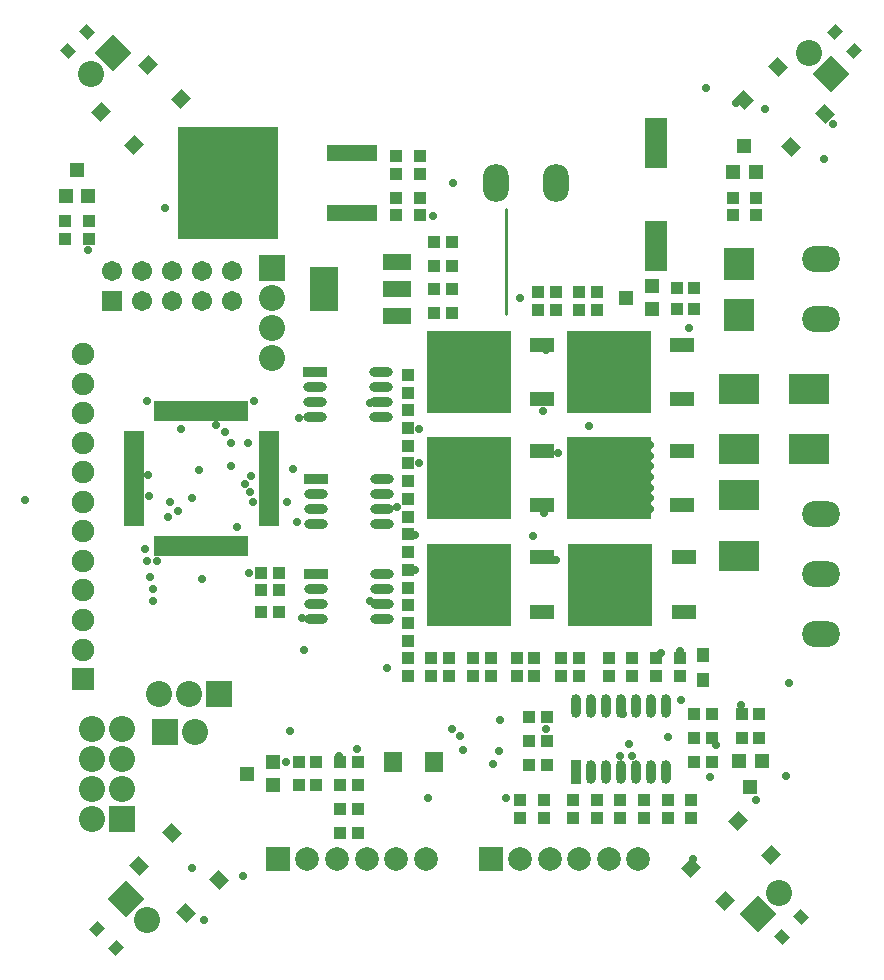
<source format=gbr>
G04*
G04 #@! TF.GenerationSoftware,Altium Limited,Altium Designer,22.4.2 (48)*
G04*
G04 Layer_Color=8388736*
%FSLAX44Y44*%
%MOMM*%
G71*
G04*
G04 #@! TF.SameCoordinates,72DCB881-4164-4183-B9F3-641E9368B05D*
G04*
G04*
G04 #@! TF.FilePolarity,Negative*
G04*
G01*
G75*
%ADD14C,0.2540*%
%ADD45R,2.0032X0.8532*%
%ADD46O,2.0032X0.8532*%
%ADD47R,2.5032X2.7032*%
G04:AMPARAMS|DCode=48|XSize=0.9032mm|YSize=1.0532mm|CornerRadius=0mm|HoleSize=0mm|Usage=FLASHONLY|Rotation=315.000|XOffset=0mm|YOffset=0mm|HoleType=Round|Shape=Rectangle|*
%AMROTATEDRECTD48*
4,1,4,-0.6917,-0.0530,0.0530,0.6917,0.6917,0.0530,-0.0530,-0.6917,-0.6917,-0.0530,0.0*
%
%ADD48ROTATEDRECTD48*%

G04:AMPARAMS|DCode=49|XSize=1.3mm|YSize=1.1mm|CornerRadius=0mm|HoleSize=0mm|Usage=FLASHONLY|Rotation=315.000|XOffset=0mm|YOffset=0mm|HoleType=Round|Shape=Rectangle|*
%AMROTATEDRECTD49*
4,1,4,-0.8485,0.0707,-0.0707,0.8485,0.8485,-0.0707,0.0707,-0.8485,-0.8485,0.0707,0.0*
%
%ADD49ROTATEDRECTD49*%

%ADD50R,1.0000X1.0000*%
%ADD51R,3.5000X2.6000*%
%ADD52R,1.0000X1.0000*%
%ADD53R,1.2032X1.2032*%
%ADD54R,2.4032X1.4032*%
%ADD55R,2.4032X3.8032*%
%ADD56R,2.1032X1.1532*%
%ADD57R,7.1032X7.0032*%
%ADD58O,0.8532X2.0032*%
%ADD59R,0.8532X2.0032*%
%ADD60R,1.1000X1.3000*%
%ADD61R,1.2032X1.2032*%
G04:AMPARAMS|DCode=62|XSize=0.9032mm|YSize=1.0532mm|CornerRadius=0mm|HoleSize=0mm|Usage=FLASHONLY|Rotation=225.000|XOffset=0mm|YOffset=0mm|HoleType=Round|Shape=Rectangle|*
%AMROTATEDRECTD62*
4,1,4,-0.0530,0.6917,0.6917,-0.0530,0.0530,-0.6917,-0.6917,0.0530,-0.0530,0.6917,0.0*
%
%ADD62ROTATEDRECTD62*%

G04:AMPARAMS|DCode=63|XSize=1.3mm|YSize=1.1mm|CornerRadius=0mm|HoleSize=0mm|Usage=FLASHONLY|Rotation=225.000|XOffset=0mm|YOffset=0mm|HoleType=Round|Shape=Rectangle|*
%AMROTATEDRECTD63*
4,1,4,0.0707,0.8485,0.8485,0.0707,-0.0707,-0.8485,-0.8485,-0.0707,0.0707,0.8485,0.0*
%
%ADD63ROTATEDRECTD63*%

%ADD64R,1.6000X1.7000*%
%ADD65R,1.7400X0.5200*%
%ADD66R,0.5200X1.7400*%
%ADD67R,1.9000X4.2000*%
%ADD68R,4.2032X1.4232*%
%ADD69R,8.5032X9.6032*%
%ADD70C,1.9032*%
%ADD71R,1.9032X1.9032*%
%ADD72C,2.2032*%
%ADD73P,3.1158X4X270.0*%
%ADD74O,3.2032X2.2032*%
%ADD75P,3.1158X4X180.0*%
%ADD76C,2.0032*%
%ADD77R,2.0032X2.0032*%
%ADD78R,2.2032X2.2032*%
%ADD79R,2.2032X2.2032*%
%ADD80R,1.7032X1.7032*%
%ADD81C,1.7032*%
%ADD82O,2.2032X3.2032*%
%ADD83C,0.7032*%
D14*
X383000Y439000D02*
Y528000D01*
D45*
X222000Y299050D02*
D03*
X221205Y389636D02*
D03*
X222000Y219050D02*
D03*
D46*
Y286350D02*
D03*
Y273650D02*
D03*
Y260950D02*
D03*
X278000Y299050D02*
D03*
Y286350D02*
D03*
Y273650D02*
D03*
Y260950D02*
D03*
X277205Y351536D02*
D03*
Y364236D02*
D03*
Y376936D02*
D03*
Y389636D02*
D03*
X221205Y351536D02*
D03*
Y364236D02*
D03*
Y376936D02*
D03*
X278000Y180950D02*
D03*
Y193650D02*
D03*
Y206350D02*
D03*
Y219050D02*
D03*
X222000Y180950D02*
D03*
Y193650D02*
D03*
Y206350D02*
D03*
D47*
X580005Y438499D02*
D03*
Y481499D02*
D03*
D48*
X678132Y661868D02*
D03*
X661868Y678132D02*
D03*
X36868Y-81868D02*
D03*
X53132Y-98132D02*
D03*
D49*
X652813Y608617D02*
D03*
X613215Y648215D02*
D03*
X585000Y620000D02*
D03*
X624598Y580402D02*
D03*
X140000Y-40000D02*
D03*
X100402Y-402D02*
D03*
X72187Y-28617D02*
D03*
X111785Y-68215D02*
D03*
D50*
X575000Y522500D02*
D03*
Y537500D02*
D03*
X595000D02*
D03*
Y522500D02*
D03*
X310000D02*
D03*
Y537500D02*
D03*
X460000Y442500D02*
D03*
Y457500D02*
D03*
X445000D02*
D03*
Y442500D02*
D03*
X425000D02*
D03*
Y457500D02*
D03*
X410000D02*
D03*
Y442500D02*
D03*
X300000Y372500D02*
D03*
Y387500D02*
D03*
Y342500D02*
D03*
Y357500D02*
D03*
Y312500D02*
D03*
Y327500D02*
D03*
Y282500D02*
D03*
Y297500D02*
D03*
Y252500D02*
D03*
Y267500D02*
D03*
Y222500D02*
D03*
Y237500D02*
D03*
Y192500D02*
D03*
Y207500D02*
D03*
Y162500D02*
D03*
Y177500D02*
D03*
Y132500D02*
D03*
Y147500D02*
D03*
X320000D02*
D03*
Y132500D02*
D03*
X335000Y132500D02*
D03*
Y147500D02*
D03*
X370000Y132500D02*
D03*
Y147500D02*
D03*
X355000D02*
D03*
Y132500D02*
D03*
X392000D02*
D03*
Y147500D02*
D03*
X407000D02*
D03*
Y132500D02*
D03*
X430000D02*
D03*
Y147500D02*
D03*
X445000Y147500D02*
D03*
Y132500D02*
D03*
X470000Y132500D02*
D03*
Y147500D02*
D03*
X490000Y132500D02*
D03*
Y147500D02*
D03*
X510000D02*
D03*
Y132500D02*
D03*
X530000Y147500D02*
D03*
Y132500D02*
D03*
X440000Y12500D02*
D03*
Y27500D02*
D03*
X460000D02*
D03*
Y12500D02*
D03*
X480000Y27500D02*
D03*
Y12500D02*
D03*
X500000Y27500D02*
D03*
Y12500D02*
D03*
X520000Y27500D02*
D03*
Y12500D02*
D03*
X540000Y27500D02*
D03*
Y12500D02*
D03*
X415000D02*
D03*
Y27500D02*
D03*
X395000Y12500D02*
D03*
Y27500D02*
D03*
X30000Y502500D02*
D03*
Y517500D02*
D03*
X10000Y502500D02*
D03*
Y517500D02*
D03*
X290000Y522500D02*
D03*
Y537500D02*
D03*
X310000Y572500D02*
D03*
Y557500D02*
D03*
X290000D02*
D03*
Y572500D02*
D03*
D51*
X580000Y234500D02*
D03*
Y285500D02*
D03*
Y375500D02*
D03*
Y324500D02*
D03*
X640000D02*
D03*
Y375500D02*
D03*
D52*
X527500Y461000D02*
D03*
X542500D02*
D03*
Y443000D02*
D03*
X527500D02*
D03*
X337500Y440000D02*
D03*
X322500D02*
D03*
Y460000D02*
D03*
X337500D02*
D03*
Y480000D02*
D03*
X322500D02*
D03*
X190500Y187000D02*
D03*
X175500D02*
D03*
Y205000D02*
D03*
X190500D02*
D03*
Y220000D02*
D03*
X175500D02*
D03*
X542500Y60000D02*
D03*
X557500D02*
D03*
Y100000D02*
D03*
X542500D02*
D03*
X557500Y80000D02*
D03*
X542500D02*
D03*
X582500Y100000D02*
D03*
X597500D02*
D03*
X582500Y80000D02*
D03*
X597500D02*
D03*
X417500Y97500D02*
D03*
X402500D02*
D03*
Y77500D02*
D03*
X417500D02*
D03*
Y57500D02*
D03*
X402500D02*
D03*
X257500Y60000D02*
D03*
X242500D02*
D03*
X257500Y20000D02*
D03*
X242500D02*
D03*
X257500Y0D02*
D03*
X242500D02*
D03*
Y40000D02*
D03*
X257500D02*
D03*
X222500Y60000D02*
D03*
X207500D02*
D03*
X222500Y40000D02*
D03*
X207500D02*
D03*
X337500Y500000D02*
D03*
X322500D02*
D03*
D53*
X507000Y443500D02*
D03*
X485000Y453000D02*
D03*
X507000Y462500D02*
D03*
X186000Y40500D02*
D03*
X164000Y50000D02*
D03*
X186000Y59500D02*
D03*
D54*
X291000Y437000D02*
D03*
Y460000D02*
D03*
Y483000D02*
D03*
D55*
X229000Y460000D02*
D03*
D56*
X413500Y367000D02*
D03*
Y413000D02*
D03*
X532000Y367000D02*
D03*
Y413000D02*
D03*
X413500Y277000D02*
D03*
Y323000D02*
D03*
X532000Y277000D02*
D03*
Y323000D02*
D03*
X533500Y187000D02*
D03*
Y233000D02*
D03*
X413500Y187000D02*
D03*
Y233000D02*
D03*
D57*
X351500Y390000D02*
D03*
X470000D02*
D03*
X351500Y300000D02*
D03*
X470000D02*
D03*
X471500Y210000D02*
D03*
X351500D02*
D03*
D58*
X518764Y107500D02*
D03*
X506064D02*
D03*
X493364D02*
D03*
X480664D02*
D03*
X467964D02*
D03*
X455264D02*
D03*
X442564D02*
D03*
X518764Y51500D02*
D03*
X506064D02*
D03*
X493364D02*
D03*
X480664D02*
D03*
X467964D02*
D03*
X455264D02*
D03*
D59*
X442564D02*
D03*
D60*
X550000Y129500D02*
D03*
Y150500D02*
D03*
D61*
X599500Y61000D02*
D03*
X590000Y39000D02*
D03*
X580500Y61000D02*
D03*
X10500Y539000D02*
D03*
X20000Y561000D02*
D03*
X29500Y539000D02*
D03*
X594500Y559000D02*
D03*
X585000Y581000D02*
D03*
X575500Y559000D02*
D03*
D62*
X616868Y-88132D02*
D03*
X633132Y-71868D02*
D03*
X28132Y678132D02*
D03*
X11868Y661868D02*
D03*
D63*
X568215Y-58215D02*
D03*
X607813Y-18617D02*
D03*
X579598Y9598D02*
D03*
X540000Y-30000D02*
D03*
X79598Y649598D02*
D03*
X40000Y610000D02*
D03*
X68215Y581785D02*
D03*
X107813Y621383D02*
D03*
D64*
X322500Y60000D02*
D03*
X287500D02*
D03*
D65*
X68000Y337500D02*
D03*
Y332500D02*
D03*
Y327500D02*
D03*
Y322500D02*
D03*
Y317500D02*
D03*
Y312500D02*
D03*
Y307500D02*
D03*
Y302500D02*
D03*
Y297500D02*
D03*
Y292500D02*
D03*
Y287500D02*
D03*
Y282500D02*
D03*
Y277500D02*
D03*
Y272500D02*
D03*
Y267500D02*
D03*
Y262500D02*
D03*
X182000D02*
D03*
Y267500D02*
D03*
Y272500D02*
D03*
Y277500D02*
D03*
Y282500D02*
D03*
Y287500D02*
D03*
Y292500D02*
D03*
Y297500D02*
D03*
Y302500D02*
D03*
Y307500D02*
D03*
Y312500D02*
D03*
Y317500D02*
D03*
Y322500D02*
D03*
Y327500D02*
D03*
Y332500D02*
D03*
Y337500D02*
D03*
D66*
X87500Y243000D02*
D03*
X92500D02*
D03*
X97500D02*
D03*
X102500D02*
D03*
X107500D02*
D03*
X112500D02*
D03*
X117500D02*
D03*
X122500D02*
D03*
X127500D02*
D03*
X132500D02*
D03*
X137500D02*
D03*
X142500D02*
D03*
X147500D02*
D03*
X152500D02*
D03*
X157500D02*
D03*
X162500D02*
D03*
Y357000D02*
D03*
X157500D02*
D03*
X152500D02*
D03*
X147500D02*
D03*
X142500D02*
D03*
X137500D02*
D03*
X132500D02*
D03*
X127500D02*
D03*
X122500D02*
D03*
X117500D02*
D03*
X112500D02*
D03*
X107500D02*
D03*
X102500D02*
D03*
X97500D02*
D03*
X92500D02*
D03*
X87500D02*
D03*
D67*
X510000Y583500D02*
D03*
Y496500D02*
D03*
D68*
X252324Y524600D02*
D03*
Y575400D02*
D03*
D69*
X147676Y550000D02*
D03*
D70*
X25000Y405000D02*
D03*
Y380000D02*
D03*
Y305000D02*
D03*
Y280000D02*
D03*
Y255000D02*
D03*
Y230000D02*
D03*
Y155000D02*
D03*
Y180000D02*
D03*
Y205000D02*
D03*
Y330000D02*
D03*
Y355000D02*
D03*
D71*
Y130000D02*
D03*
D72*
X640000Y660000D02*
D03*
X613980Y-51020D02*
D03*
X78980Y-73980D02*
D03*
X120000Y85000D02*
D03*
X89600Y117000D02*
D03*
X115000D02*
D03*
X57700Y37300D02*
D03*
X32300Y11900D02*
D03*
Y37300D02*
D03*
Y62700D02*
D03*
X57700D02*
D03*
X32300Y88100D02*
D03*
X57700D02*
D03*
X185000Y427300D02*
D03*
Y401900D02*
D03*
Y452700D02*
D03*
X32039Y642039D02*
D03*
D73*
X657961D02*
D03*
X61020Y-56020D02*
D03*
D74*
X650000Y270000D02*
D03*
Y219200D02*
D03*
Y168400D02*
D03*
Y485400D02*
D03*
Y434600D02*
D03*
D75*
X596020Y-68980D02*
D03*
X50000Y660000D02*
D03*
D76*
X470000Y-22500D02*
D03*
X445000D02*
D03*
X420000D02*
D03*
X395000D02*
D03*
X495000D02*
D03*
X290000D02*
D03*
X315000D02*
D03*
X215000D02*
D03*
X240000D02*
D03*
X265000D02*
D03*
D77*
X370000D02*
D03*
X190000D02*
D03*
D78*
X94600Y85000D02*
D03*
X140400Y117000D02*
D03*
D79*
X57700Y11900D02*
D03*
X185000Y478100D02*
D03*
D80*
X49200Y450000D02*
D03*
D81*
Y475400D02*
D03*
X74600Y450000D02*
D03*
Y475400D02*
D03*
X100000Y450000D02*
D03*
Y475400D02*
D03*
X125400Y450000D02*
D03*
Y475400D02*
D03*
X150800Y450000D02*
D03*
Y475400D02*
D03*
D82*
X425400Y550000D02*
D03*
X374600D02*
D03*
D83*
X541000Y-22000D02*
D03*
X561000Y74000D02*
D03*
X487000Y75000D02*
D03*
X490000Y65000D02*
D03*
X538000Y427000D02*
D03*
X405890Y251020D02*
D03*
X291000Y276000D02*
D03*
X127000Y-74000D02*
D03*
X160000Y-37000D02*
D03*
X395000Y453000D02*
D03*
X623000Y127000D02*
D03*
X620000Y48000D02*
D03*
X94000Y529000D02*
D03*
X417000Y88000D02*
D03*
X268000Y196000D02*
D03*
X212000Y155000D02*
D03*
X-24000Y282000D02*
D03*
X208000Y351000D02*
D03*
X210000Y182000D02*
D03*
X338000Y550040D02*
D03*
X321000Y522000D02*
D03*
X81000Y285000D02*
D03*
X96980Y266980D02*
D03*
X99000Y280000D02*
D03*
X105000Y272000D02*
D03*
X206000Y263000D02*
D03*
X155000Y259000D02*
D03*
X108000Y342000D02*
D03*
X82000Y216000D02*
D03*
X197000Y60000D02*
D03*
X582000Y108000D02*
D03*
X514000Y152000D02*
D03*
X378000Y95000D02*
D03*
X79000Y365000D02*
D03*
X150000Y310000D02*
D03*
Y330000D02*
D03*
X117000Y283000D02*
D03*
X480000Y65000D02*
D03*
X555623Y47032D02*
D03*
X257000Y70980D02*
D03*
X482000Y100000D02*
D03*
X242000Y65000D02*
D03*
X123000Y307000D02*
D03*
X503000Y229000D02*
D03*
Y220000D02*
D03*
Y238000D02*
D03*
Y211000D02*
D03*
X494000Y202000D02*
D03*
Y211000D02*
D03*
Y238000D02*
D03*
Y229000D02*
D03*
X485000D02*
D03*
X494000Y220000D02*
D03*
X485000Y202000D02*
D03*
Y220000D02*
D03*
X503000Y202000D02*
D03*
X494000Y193000D02*
D03*
X485000D02*
D03*
X503000D02*
D03*
Y184000D02*
D03*
X494000D02*
D03*
X485000Y238000D02*
D03*
X425483Y230483D02*
D03*
X485000Y211000D02*
D03*
Y184000D02*
D03*
X505000Y328000D02*
D03*
Y319000D02*
D03*
X496000Y328000D02*
D03*
Y319000D02*
D03*
X505000Y310000D02*
D03*
Y301000D02*
D03*
X496000Y310000D02*
D03*
Y301000D02*
D03*
X487000Y328000D02*
D03*
Y319000D02*
D03*
X427000Y321000D02*
D03*
X487000Y301000D02*
D03*
Y292000D02*
D03*
Y310000D02*
D03*
X505000Y283000D02*
D03*
Y274000D02*
D03*
X496000Y292000D02*
D03*
X505000D02*
D03*
X487000Y283000D02*
D03*
X496000D02*
D03*
Y274000D02*
D03*
X487000D02*
D03*
X268000Y364000D02*
D03*
X502000Y407000D02*
D03*
Y398000D02*
D03*
Y416000D02*
D03*
X493000Y389000D02*
D03*
X502000D02*
D03*
Y380000D02*
D03*
X493000D02*
D03*
Y416000D02*
D03*
X484000Y407000D02*
D03*
Y416000D02*
D03*
X493000Y407000D02*
D03*
Y398000D02*
D03*
X484000Y389000D02*
D03*
X493000Y371000D02*
D03*
X502000D02*
D03*
X484000D02*
D03*
X493000Y362000D02*
D03*
X502000D02*
D03*
X484000D02*
D03*
Y398000D02*
D03*
Y380000D02*
D03*
X417000Y409000D02*
D03*
X165000Y330000D02*
D03*
X145000Y339000D02*
D03*
X126000Y214980D02*
D03*
X282000Y139000D02*
D03*
X202500Y307500D02*
D03*
X165500Y220000D02*
D03*
X169000Y280000D02*
D03*
X317000Y29000D02*
D03*
X520000Y81000D02*
D03*
X531000Y112000D02*
D03*
X530000Y153964D02*
D03*
X377017Y68983D02*
D03*
X337000Y88060D02*
D03*
X344050Y82050D02*
D03*
X347000Y70000D02*
D03*
X83940Y196000D02*
D03*
X200000Y86000D02*
D03*
X372000Y58000D02*
D03*
X383000Y29000D02*
D03*
X84000Y206000D02*
D03*
X29000Y493000D02*
D03*
X137500Y345000D02*
D03*
X166000Y288000D02*
D03*
X162000Y295000D02*
D03*
X167000Y302000D02*
D03*
X453000Y344000D02*
D03*
X595020Y27480D02*
D03*
X309000Y313000D02*
D03*
Y342000D02*
D03*
X414000Y357000D02*
D03*
X415000Y271000D02*
D03*
X306000Y252000D02*
D03*
Y222000D02*
D03*
X79000Y230000D02*
D03*
X77489Y240000D02*
D03*
X87500Y230000D02*
D03*
X117500Y-30000D02*
D03*
X80000Y303000D02*
D03*
X552500Y630000D02*
D03*
X577500Y617500D02*
D03*
X602500Y612500D02*
D03*
X660000Y600000D02*
D03*
X652500Y570000D02*
D03*
X197500Y280000D02*
D03*
X170000Y365000D02*
D03*
M02*

</source>
